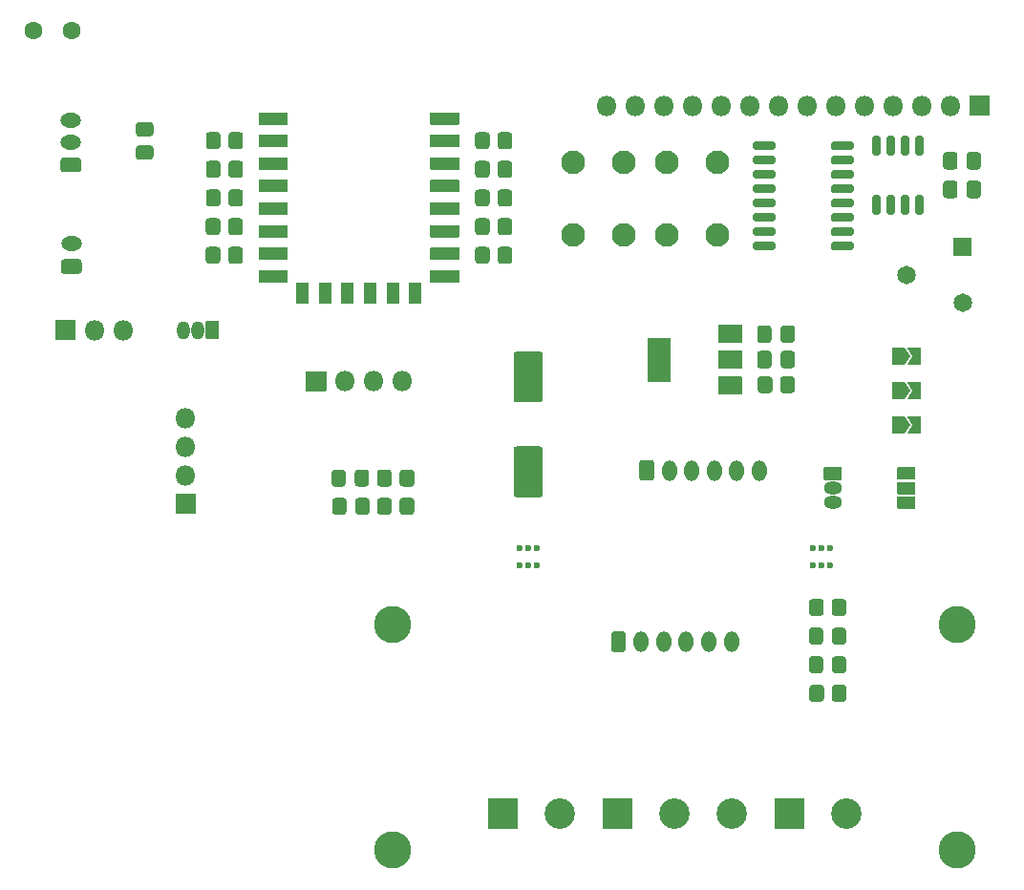
<source format=gbr>
%TF.GenerationSoftware,KiCad,Pcbnew,(5.1.9)-1*%
%TF.CreationDate,2021-05-22T23:47:24+02:00*%
%TF.ProjectId,LakeTemp,4c616b65-5465-46d7-902e-6b696361645f,1.0*%
%TF.SameCoordinates,Original*%
%TF.FileFunction,Soldermask,Top*%
%TF.FilePolarity,Negative*%
%FSLAX46Y46*%
G04 Gerber Fmt 4.6, Leading zero omitted, Abs format (unit mm)*
G04 Created by KiCad (PCBNEW (5.1.9)-1) date 2021-05-22 23:47:24*
%MOMM*%
%LPD*%
G01*
G04 APERTURE LIST*
%ADD10O,1.300000X1.850000*%
%ADD11O,1.150000X1.600000*%
%ADD12C,2.100000*%
%ADD13O,1.800000X1.800000*%
%ADD14C,0.100000*%
%ADD15C,1.600000*%
%ADD16O,1.850000X1.300000*%
%ADD17C,2.700000*%
%ADD18C,3.300000*%
%ADD19C,0.600000*%
%ADD20O,1.600000X1.150000*%
%ADD21C,1.650000*%
G04 APERTURE END LIST*
D10*
%TO.C,J2*%
X175010000Y-94074000D03*
X173010000Y-94074000D03*
X171010000Y-94074000D03*
X169010000Y-94074000D03*
X167010000Y-94074000D03*
G36*
G01*
X164360000Y-94728168D02*
X164360000Y-93419832D01*
G75*
G02*
X164630832Y-93149000I270832J0D01*
G01*
X165389168Y-93149000D01*
G75*
G02*
X165660000Y-93419832I0J-270832D01*
G01*
X165660000Y-94728168D01*
G75*
G02*
X165389168Y-94999000I-270832J0D01*
G01*
X164630832Y-94999000D01*
G75*
G02*
X164360000Y-94728168I0J270832D01*
G01*
G37*
%TD*%
%TO.C,Q1*%
G36*
G01*
X127085000Y-80878000D02*
X127085000Y-82378000D01*
G75*
G02*
X127035000Y-82428000I-50000J0D01*
G01*
X125985000Y-82428000D01*
G75*
G02*
X125935000Y-82378000I0J50000D01*
G01*
X125935000Y-80878000D01*
G75*
G02*
X125985000Y-80828000I50000J0D01*
G01*
X127035000Y-80828000D01*
G75*
G02*
X127085000Y-80878000I0J-50000D01*
G01*
G37*
D11*
X123970000Y-81628000D03*
X125240000Y-81628000D03*
%TD*%
%TO.C,JP1*%
G36*
G01*
X188784000Y-96188000D02*
X187284000Y-96188000D01*
G75*
G02*
X187234000Y-96138000I0J50000D01*
G01*
X187234000Y-95138000D01*
G75*
G02*
X187284000Y-95088000I50000J0D01*
G01*
X188784000Y-95088000D01*
G75*
G02*
X188834000Y-95138000I0J-50000D01*
G01*
X188834000Y-96138000D01*
G75*
G02*
X188784000Y-96188000I-50000J0D01*
G01*
G37*
G36*
G01*
X188784000Y-94888000D02*
X187284000Y-94888000D01*
G75*
G02*
X187234000Y-94838000I0J50000D01*
G01*
X187234000Y-93838000D01*
G75*
G02*
X187284000Y-93788000I50000J0D01*
G01*
X188784000Y-93788000D01*
G75*
G02*
X188834000Y-93838000I0J-50000D01*
G01*
X188834000Y-94838000D01*
G75*
G02*
X188784000Y-94888000I-50000J0D01*
G01*
G37*
G36*
G01*
X188784000Y-97488000D02*
X187284000Y-97488000D01*
G75*
G02*
X187234000Y-97438000I0J50000D01*
G01*
X187234000Y-96438000D01*
G75*
G02*
X187284000Y-96388000I50000J0D01*
G01*
X188784000Y-96388000D01*
G75*
G02*
X188834000Y-96438000I0J-50000D01*
G01*
X188834000Y-97438000D01*
G75*
G02*
X188784000Y-97488000I-50000J0D01*
G01*
G37*
%TD*%
D12*
%TO.C,SW2*%
X171265000Y-73230000D03*
X166765000Y-73230000D03*
X171265000Y-66730000D03*
X166765000Y-66730000D03*
%TD*%
%TO.C,SW1*%
X158515000Y-66730000D03*
X163015000Y-66730000D03*
X158515000Y-73230000D03*
X163015000Y-73230000D03*
%TD*%
D13*
%TO.C,JP2*%
X118590000Y-81628000D03*
X116050000Y-81628000D03*
G36*
G01*
X114360000Y-82528000D02*
X112660000Y-82528000D01*
G75*
G02*
X112610000Y-82478000I0J50000D01*
G01*
X112610000Y-80778000D01*
G75*
G02*
X112660000Y-80728000I50000J0D01*
G01*
X114360000Y-80728000D01*
G75*
G02*
X114410000Y-80778000I0J-50000D01*
G01*
X114410000Y-82478000D01*
G75*
G02*
X114360000Y-82528000I-50000J0D01*
G01*
G37*
%TD*%
%TO.C,C6*%
G36*
G01*
X153470000Y-91950000D02*
X155550000Y-91950000D01*
G75*
G02*
X155810000Y-92210000I0J-260000D01*
G01*
X155810000Y-96190000D01*
G75*
G02*
X155550000Y-96450000I-260000J0D01*
G01*
X153470000Y-96450000D01*
G75*
G02*
X153210000Y-96190000I0J260000D01*
G01*
X153210000Y-92210000D01*
G75*
G02*
X153470000Y-91950000I260000J0D01*
G01*
G37*
G36*
G01*
X153470000Y-83550000D02*
X155550000Y-83550000D01*
G75*
G02*
X155810000Y-83810000I0J-260000D01*
G01*
X155810000Y-87790000D01*
G75*
G02*
X155550000Y-88050000I-260000J0D01*
G01*
X153470000Y-88050000D01*
G75*
G02*
X153210000Y-87790000I0J260000D01*
G01*
X153210000Y-83810000D01*
G75*
G02*
X153470000Y-83550000I260000J0D01*
G01*
G37*
%TD*%
D10*
%TO.C,J3*%
X172510000Y-109274000D03*
X170510000Y-109274000D03*
X168510000Y-109274000D03*
X166510000Y-109274000D03*
X164510000Y-109274000D03*
G36*
G01*
X161860000Y-109928168D02*
X161860000Y-108619832D01*
G75*
G02*
X162130832Y-108349000I270832J0D01*
G01*
X162889168Y-108349000D01*
G75*
G02*
X163160000Y-108619832I0J-270832D01*
G01*
X163160000Y-109928168D01*
G75*
G02*
X162889168Y-110199000I-270832J0D01*
G01*
X162130832Y-110199000D01*
G75*
G02*
X161860000Y-109928168I0J270832D01*
G01*
G37*
%TD*%
D13*
%TO.C,J9*%
X124143000Y-89432000D03*
X124143000Y-91972000D03*
X124143000Y-94512000D03*
G36*
G01*
X125043000Y-96202000D02*
X125043000Y-97902000D01*
G75*
G02*
X124993000Y-97952000I-50000J0D01*
G01*
X123293000Y-97952000D01*
G75*
G02*
X123243000Y-97902000I0J50000D01*
G01*
X123243000Y-96202000D01*
G75*
G02*
X123293000Y-96152000I50000J0D01*
G01*
X124993000Y-96152000D01*
G75*
G02*
X125043000Y-96202000I0J-50000D01*
G01*
G37*
%TD*%
%TO.C,R3*%
G36*
G01*
X181402000Y-106705168D02*
X181402000Y-105746832D01*
G75*
G02*
X181672832Y-105476000I270832J0D01*
G01*
X182431168Y-105476000D01*
G75*
G02*
X182702000Y-105746832I0J-270832D01*
G01*
X182702000Y-106705168D01*
G75*
G02*
X182431168Y-106976000I-270832J0D01*
G01*
X181672832Y-106976000D01*
G75*
G02*
X181402000Y-106705168I0J270832D01*
G01*
G37*
G36*
G01*
X179402000Y-106705168D02*
X179402000Y-105746832D01*
G75*
G02*
X179672832Y-105476000I270832J0D01*
G01*
X180431168Y-105476000D01*
G75*
G02*
X180702000Y-105746832I0J-270832D01*
G01*
X180702000Y-106705168D01*
G75*
G02*
X180431168Y-106976000I-270832J0D01*
G01*
X179672832Y-106976000D01*
G75*
G02*
X179402000Y-106705168I0J270832D01*
G01*
G37*
%TD*%
%TO.C,R4*%
G36*
G01*
X181418000Y-114325168D02*
X181418000Y-113366832D01*
G75*
G02*
X181688832Y-113096000I270832J0D01*
G01*
X182447168Y-113096000D01*
G75*
G02*
X182718000Y-113366832I0J-270832D01*
G01*
X182718000Y-114325168D01*
G75*
G02*
X182447168Y-114596000I-270832J0D01*
G01*
X181688832Y-114596000D01*
G75*
G02*
X181418000Y-114325168I0J270832D01*
G01*
G37*
G36*
G01*
X179418000Y-114325168D02*
X179418000Y-113366832D01*
G75*
G02*
X179688832Y-113096000I270832J0D01*
G01*
X180447168Y-113096000D01*
G75*
G02*
X180718000Y-113366832I0J-270832D01*
G01*
X180718000Y-114325168D01*
G75*
G02*
X180447168Y-114596000I-270832J0D01*
G01*
X179688832Y-114596000D01*
G75*
G02*
X179418000Y-114325168I0J270832D01*
G01*
G37*
%TD*%
D14*
%TO.C,ADR-A3*%
G36*
X187849755Y-83154961D02*
G01*
X187859134Y-83157806D01*
X187867779Y-83162427D01*
X187875355Y-83168645D01*
X187881603Y-83176265D01*
X188381603Y-83926265D01*
X188386214Y-83934914D01*
X188389049Y-83944297D01*
X188390000Y-83954052D01*
X188389029Y-83963806D01*
X188386174Y-83973182D01*
X188381603Y-83981735D01*
X187881603Y-84731735D01*
X187875392Y-84739318D01*
X187867822Y-84745544D01*
X187859182Y-84750174D01*
X187849806Y-84753029D01*
X187840000Y-84754000D01*
X186840000Y-84754000D01*
X186830245Y-84753039D01*
X186820866Y-84750194D01*
X186812221Y-84745573D01*
X186804645Y-84739355D01*
X186798427Y-84731779D01*
X186793806Y-84723134D01*
X186790961Y-84713755D01*
X186790000Y-84704000D01*
X186790000Y-83204000D01*
X186790961Y-83194245D01*
X186793806Y-83184866D01*
X186798427Y-83176221D01*
X186804645Y-83168645D01*
X186812221Y-83162427D01*
X186820866Y-83157806D01*
X186830245Y-83154961D01*
X186840000Y-83154000D01*
X187840000Y-83154000D01*
X187849755Y-83154961D01*
G37*
G36*
X189299755Y-83154961D02*
G01*
X189309134Y-83157806D01*
X189317779Y-83162427D01*
X189325355Y-83168645D01*
X189331573Y-83176221D01*
X189336194Y-83184866D01*
X189339039Y-83194245D01*
X189340000Y-83204000D01*
X189340000Y-84704000D01*
X189339039Y-84713755D01*
X189336194Y-84723134D01*
X189331573Y-84731779D01*
X189325355Y-84739355D01*
X189317779Y-84745573D01*
X189309134Y-84750194D01*
X189299755Y-84753039D01*
X189290000Y-84754000D01*
X188140000Y-84754000D01*
X188130245Y-84753039D01*
X188120866Y-84750194D01*
X188112221Y-84745573D01*
X188104645Y-84739355D01*
X188098427Y-84731779D01*
X188093806Y-84723134D01*
X188090961Y-84713755D01*
X188090000Y-84704000D01*
X188090961Y-84694245D01*
X188093806Y-84684866D01*
X188098397Y-84676265D01*
X188579907Y-83954000D01*
X188098397Y-83231735D01*
X188093786Y-83223086D01*
X188090951Y-83213703D01*
X188090000Y-83203948D01*
X188090971Y-83194194D01*
X188093826Y-83184818D01*
X188098456Y-83176178D01*
X188104682Y-83168608D01*
X188112265Y-83162397D01*
X188120914Y-83157786D01*
X188130297Y-83154951D01*
X188140000Y-83154000D01*
X189290000Y-83154000D01*
X189299755Y-83154961D01*
G37*
%TD*%
%TO.C,ADR-A2*%
G36*
X187849755Y-86202961D02*
G01*
X187859134Y-86205806D01*
X187867779Y-86210427D01*
X187875355Y-86216645D01*
X187881603Y-86224265D01*
X188381603Y-86974265D01*
X188386214Y-86982914D01*
X188389049Y-86992297D01*
X188390000Y-87002052D01*
X188389029Y-87011806D01*
X188386174Y-87021182D01*
X188381603Y-87029735D01*
X187881603Y-87779735D01*
X187875392Y-87787318D01*
X187867822Y-87793544D01*
X187859182Y-87798174D01*
X187849806Y-87801029D01*
X187840000Y-87802000D01*
X186840000Y-87802000D01*
X186830245Y-87801039D01*
X186820866Y-87798194D01*
X186812221Y-87793573D01*
X186804645Y-87787355D01*
X186798427Y-87779779D01*
X186793806Y-87771134D01*
X186790961Y-87761755D01*
X186790000Y-87752000D01*
X186790000Y-86252000D01*
X186790961Y-86242245D01*
X186793806Y-86232866D01*
X186798427Y-86224221D01*
X186804645Y-86216645D01*
X186812221Y-86210427D01*
X186820866Y-86205806D01*
X186830245Y-86202961D01*
X186840000Y-86202000D01*
X187840000Y-86202000D01*
X187849755Y-86202961D01*
G37*
G36*
X189299755Y-86202961D02*
G01*
X189309134Y-86205806D01*
X189317779Y-86210427D01*
X189325355Y-86216645D01*
X189331573Y-86224221D01*
X189336194Y-86232866D01*
X189339039Y-86242245D01*
X189340000Y-86252000D01*
X189340000Y-87752000D01*
X189339039Y-87761755D01*
X189336194Y-87771134D01*
X189331573Y-87779779D01*
X189325355Y-87787355D01*
X189317779Y-87793573D01*
X189309134Y-87798194D01*
X189299755Y-87801039D01*
X189290000Y-87802000D01*
X188140000Y-87802000D01*
X188130245Y-87801039D01*
X188120866Y-87798194D01*
X188112221Y-87793573D01*
X188104645Y-87787355D01*
X188098427Y-87779779D01*
X188093806Y-87771134D01*
X188090961Y-87761755D01*
X188090000Y-87752000D01*
X188090961Y-87742245D01*
X188093806Y-87732866D01*
X188098397Y-87724265D01*
X188579907Y-87002000D01*
X188098397Y-86279735D01*
X188093786Y-86271086D01*
X188090951Y-86261703D01*
X188090000Y-86251948D01*
X188090971Y-86242194D01*
X188093826Y-86232818D01*
X188098456Y-86224178D01*
X188104682Y-86216608D01*
X188112265Y-86210397D01*
X188120914Y-86205786D01*
X188130297Y-86202951D01*
X188140000Y-86202000D01*
X189290000Y-86202000D01*
X189299755Y-86202961D01*
G37*
%TD*%
%TO.C,ADR-A1*%
G36*
X187849755Y-89250961D02*
G01*
X187859134Y-89253806D01*
X187867779Y-89258427D01*
X187875355Y-89264645D01*
X187881603Y-89272265D01*
X188381603Y-90022265D01*
X188386214Y-90030914D01*
X188389049Y-90040297D01*
X188390000Y-90050052D01*
X188389029Y-90059806D01*
X188386174Y-90069182D01*
X188381603Y-90077735D01*
X187881603Y-90827735D01*
X187875392Y-90835318D01*
X187867822Y-90841544D01*
X187859182Y-90846174D01*
X187849806Y-90849029D01*
X187840000Y-90850000D01*
X186840000Y-90850000D01*
X186830245Y-90849039D01*
X186820866Y-90846194D01*
X186812221Y-90841573D01*
X186804645Y-90835355D01*
X186798427Y-90827779D01*
X186793806Y-90819134D01*
X186790961Y-90809755D01*
X186790000Y-90800000D01*
X186790000Y-89300000D01*
X186790961Y-89290245D01*
X186793806Y-89280866D01*
X186798427Y-89272221D01*
X186804645Y-89264645D01*
X186812221Y-89258427D01*
X186820866Y-89253806D01*
X186830245Y-89250961D01*
X186840000Y-89250000D01*
X187840000Y-89250000D01*
X187849755Y-89250961D01*
G37*
G36*
X189299755Y-89250961D02*
G01*
X189309134Y-89253806D01*
X189317779Y-89258427D01*
X189325355Y-89264645D01*
X189331573Y-89272221D01*
X189336194Y-89280866D01*
X189339039Y-89290245D01*
X189340000Y-89300000D01*
X189340000Y-90800000D01*
X189339039Y-90809755D01*
X189336194Y-90819134D01*
X189331573Y-90827779D01*
X189325355Y-90835355D01*
X189317779Y-90841573D01*
X189309134Y-90846194D01*
X189299755Y-90849039D01*
X189290000Y-90850000D01*
X188140000Y-90850000D01*
X188130245Y-90849039D01*
X188120866Y-90846194D01*
X188112221Y-90841573D01*
X188104645Y-90835355D01*
X188098427Y-90827779D01*
X188093806Y-90819134D01*
X188090961Y-90809755D01*
X188090000Y-90800000D01*
X188090961Y-90790245D01*
X188093806Y-90780866D01*
X188098397Y-90772265D01*
X188579907Y-90050000D01*
X188098397Y-89327735D01*
X188093786Y-89319086D01*
X188090951Y-89309703D01*
X188090000Y-89299948D01*
X188090971Y-89290194D01*
X188093826Y-89280818D01*
X188098456Y-89272178D01*
X188104682Y-89264608D01*
X188112265Y-89258397D01*
X188120914Y-89253786D01*
X188130297Y-89250951D01*
X188140000Y-89250000D01*
X189290000Y-89250000D01*
X189299755Y-89250961D01*
G37*
%TD*%
%TO.C,U3*%
G36*
G01*
X176465000Y-74000000D02*
X176465000Y-74350000D01*
G75*
G02*
X176290000Y-74525000I-175000J0D01*
G01*
X174565000Y-74525000D01*
G75*
G02*
X174390000Y-74350000I0J175000D01*
G01*
X174390000Y-74000000D01*
G75*
G02*
X174565000Y-73825000I175000J0D01*
G01*
X176290000Y-73825000D01*
G75*
G02*
X176465000Y-74000000I0J-175000D01*
G01*
G37*
G36*
G01*
X176465000Y-72730000D02*
X176465000Y-73080000D01*
G75*
G02*
X176290000Y-73255000I-175000J0D01*
G01*
X174565000Y-73255000D01*
G75*
G02*
X174390000Y-73080000I0J175000D01*
G01*
X174390000Y-72730000D01*
G75*
G02*
X174565000Y-72555000I175000J0D01*
G01*
X176290000Y-72555000D01*
G75*
G02*
X176465000Y-72730000I0J-175000D01*
G01*
G37*
G36*
G01*
X176465000Y-71460000D02*
X176465000Y-71810000D01*
G75*
G02*
X176290000Y-71985000I-175000J0D01*
G01*
X174565000Y-71985000D01*
G75*
G02*
X174390000Y-71810000I0J175000D01*
G01*
X174390000Y-71460000D01*
G75*
G02*
X174565000Y-71285000I175000J0D01*
G01*
X176290000Y-71285000D01*
G75*
G02*
X176465000Y-71460000I0J-175000D01*
G01*
G37*
G36*
G01*
X176465000Y-70190000D02*
X176465000Y-70540000D01*
G75*
G02*
X176290000Y-70715000I-175000J0D01*
G01*
X174565000Y-70715000D01*
G75*
G02*
X174390000Y-70540000I0J175000D01*
G01*
X174390000Y-70190000D01*
G75*
G02*
X174565000Y-70015000I175000J0D01*
G01*
X176290000Y-70015000D01*
G75*
G02*
X176465000Y-70190000I0J-175000D01*
G01*
G37*
G36*
G01*
X176465000Y-68920000D02*
X176465000Y-69270000D01*
G75*
G02*
X176290000Y-69445000I-175000J0D01*
G01*
X174565000Y-69445000D01*
G75*
G02*
X174390000Y-69270000I0J175000D01*
G01*
X174390000Y-68920000D01*
G75*
G02*
X174565000Y-68745000I175000J0D01*
G01*
X176290000Y-68745000D01*
G75*
G02*
X176465000Y-68920000I0J-175000D01*
G01*
G37*
G36*
G01*
X176465000Y-67650000D02*
X176465000Y-68000000D01*
G75*
G02*
X176290000Y-68175000I-175000J0D01*
G01*
X174565000Y-68175000D01*
G75*
G02*
X174390000Y-68000000I0J175000D01*
G01*
X174390000Y-67650000D01*
G75*
G02*
X174565000Y-67475000I175000J0D01*
G01*
X176290000Y-67475000D01*
G75*
G02*
X176465000Y-67650000I0J-175000D01*
G01*
G37*
G36*
G01*
X176465000Y-66380000D02*
X176465000Y-66730000D01*
G75*
G02*
X176290000Y-66905000I-175000J0D01*
G01*
X174565000Y-66905000D01*
G75*
G02*
X174390000Y-66730000I0J175000D01*
G01*
X174390000Y-66380000D01*
G75*
G02*
X174565000Y-66205000I175000J0D01*
G01*
X176290000Y-66205000D01*
G75*
G02*
X176465000Y-66380000I0J-175000D01*
G01*
G37*
G36*
G01*
X176465000Y-65110000D02*
X176465000Y-65460000D01*
G75*
G02*
X176290000Y-65635000I-175000J0D01*
G01*
X174565000Y-65635000D01*
G75*
G02*
X174390000Y-65460000I0J175000D01*
G01*
X174390000Y-65110000D01*
G75*
G02*
X174565000Y-64935000I175000J0D01*
G01*
X176290000Y-64935000D01*
G75*
G02*
X176465000Y-65110000I0J-175000D01*
G01*
G37*
G36*
G01*
X183390000Y-65110000D02*
X183390000Y-65460000D01*
G75*
G02*
X183215000Y-65635000I-175000J0D01*
G01*
X181490000Y-65635000D01*
G75*
G02*
X181315000Y-65460000I0J175000D01*
G01*
X181315000Y-65110000D01*
G75*
G02*
X181490000Y-64935000I175000J0D01*
G01*
X183215000Y-64935000D01*
G75*
G02*
X183390000Y-65110000I0J-175000D01*
G01*
G37*
G36*
G01*
X183390000Y-66380000D02*
X183390000Y-66730000D01*
G75*
G02*
X183215000Y-66905000I-175000J0D01*
G01*
X181490000Y-66905000D01*
G75*
G02*
X181315000Y-66730000I0J175000D01*
G01*
X181315000Y-66380000D01*
G75*
G02*
X181490000Y-66205000I175000J0D01*
G01*
X183215000Y-66205000D01*
G75*
G02*
X183390000Y-66380000I0J-175000D01*
G01*
G37*
G36*
G01*
X183390000Y-67650000D02*
X183390000Y-68000000D01*
G75*
G02*
X183215000Y-68175000I-175000J0D01*
G01*
X181490000Y-68175000D01*
G75*
G02*
X181315000Y-68000000I0J175000D01*
G01*
X181315000Y-67650000D01*
G75*
G02*
X181490000Y-67475000I175000J0D01*
G01*
X183215000Y-67475000D01*
G75*
G02*
X183390000Y-67650000I0J-175000D01*
G01*
G37*
G36*
G01*
X183390000Y-68920000D02*
X183390000Y-69270000D01*
G75*
G02*
X183215000Y-69445000I-175000J0D01*
G01*
X181490000Y-69445000D01*
G75*
G02*
X181315000Y-69270000I0J175000D01*
G01*
X181315000Y-68920000D01*
G75*
G02*
X181490000Y-68745000I175000J0D01*
G01*
X183215000Y-68745000D01*
G75*
G02*
X183390000Y-68920000I0J-175000D01*
G01*
G37*
G36*
G01*
X183390000Y-70190000D02*
X183390000Y-70540000D01*
G75*
G02*
X183215000Y-70715000I-175000J0D01*
G01*
X181490000Y-70715000D01*
G75*
G02*
X181315000Y-70540000I0J175000D01*
G01*
X181315000Y-70190000D01*
G75*
G02*
X181490000Y-70015000I175000J0D01*
G01*
X183215000Y-70015000D01*
G75*
G02*
X183390000Y-70190000I0J-175000D01*
G01*
G37*
G36*
G01*
X183390000Y-71460000D02*
X183390000Y-71810000D01*
G75*
G02*
X183215000Y-71985000I-175000J0D01*
G01*
X181490000Y-71985000D01*
G75*
G02*
X181315000Y-71810000I0J175000D01*
G01*
X181315000Y-71460000D01*
G75*
G02*
X181490000Y-71285000I175000J0D01*
G01*
X183215000Y-71285000D01*
G75*
G02*
X183390000Y-71460000I0J-175000D01*
G01*
G37*
G36*
G01*
X183390000Y-72730000D02*
X183390000Y-73080000D01*
G75*
G02*
X183215000Y-73255000I-175000J0D01*
G01*
X181490000Y-73255000D01*
G75*
G02*
X181315000Y-73080000I0J175000D01*
G01*
X181315000Y-72730000D01*
G75*
G02*
X181490000Y-72555000I175000J0D01*
G01*
X183215000Y-72555000D01*
G75*
G02*
X183390000Y-72730000I0J-175000D01*
G01*
G37*
G36*
G01*
X183390000Y-74000000D02*
X183390000Y-74350000D01*
G75*
G02*
X183215000Y-74525000I-175000J0D01*
G01*
X181490000Y-74525000D01*
G75*
G02*
X181315000Y-74350000I0J175000D01*
G01*
X181315000Y-74000000D01*
G75*
G02*
X181490000Y-73825000I175000J0D01*
G01*
X183215000Y-73825000D01*
G75*
G02*
X183390000Y-74000000I0J-175000D01*
G01*
G37*
%TD*%
%TO.C,U1*%
G36*
G01*
X173460000Y-85800000D02*
X173460000Y-87300000D01*
G75*
G02*
X173410000Y-87350000I-50000J0D01*
G01*
X171410000Y-87350000D01*
G75*
G02*
X171360000Y-87300000I0J50000D01*
G01*
X171360000Y-85800000D01*
G75*
G02*
X171410000Y-85750000I50000J0D01*
G01*
X173410000Y-85750000D01*
G75*
G02*
X173460000Y-85800000I0J-50000D01*
G01*
G37*
G36*
G01*
X173460000Y-81200000D02*
X173460000Y-82700000D01*
G75*
G02*
X173410000Y-82750000I-50000J0D01*
G01*
X171410000Y-82750000D01*
G75*
G02*
X171360000Y-82700000I0J50000D01*
G01*
X171360000Y-81200000D01*
G75*
G02*
X171410000Y-81150000I50000J0D01*
G01*
X173410000Y-81150000D01*
G75*
G02*
X173460000Y-81200000I0J-50000D01*
G01*
G37*
G36*
G01*
X173460000Y-83500000D02*
X173460000Y-85000000D01*
G75*
G02*
X173410000Y-85050000I-50000J0D01*
G01*
X171410000Y-85050000D01*
G75*
G02*
X171360000Y-85000000I0J50000D01*
G01*
X171360000Y-83500000D01*
G75*
G02*
X171410000Y-83450000I50000J0D01*
G01*
X173410000Y-83450000D01*
G75*
G02*
X173460000Y-83500000I0J-50000D01*
G01*
G37*
G36*
G01*
X167160000Y-82350000D02*
X167160000Y-86150000D01*
G75*
G02*
X167110000Y-86200000I-50000J0D01*
G01*
X165110000Y-86200000D01*
G75*
G02*
X165060000Y-86150000I0J50000D01*
G01*
X165060000Y-82350000D01*
G75*
G02*
X165110000Y-82300000I50000J0D01*
G01*
X167110000Y-82300000D01*
G75*
G02*
X167160000Y-82350000I0J-50000D01*
G01*
G37*
%TD*%
%TO.C,R16*%
G36*
G01*
X127238000Y-64366832D02*
X127238000Y-65325168D01*
G75*
G02*
X126967168Y-65596000I-270832J0D01*
G01*
X126208832Y-65596000D01*
G75*
G02*
X125938000Y-65325168I0J270832D01*
G01*
X125938000Y-64366832D01*
G75*
G02*
X126208832Y-64096000I270832J0D01*
G01*
X126967168Y-64096000D01*
G75*
G02*
X127238000Y-64366832I0J-270832D01*
G01*
G37*
G36*
G01*
X129238000Y-64366832D02*
X129238000Y-65325168D01*
G75*
G02*
X128967168Y-65596000I-270832J0D01*
G01*
X128208832Y-65596000D01*
G75*
G02*
X127938000Y-65325168I0J270832D01*
G01*
X127938000Y-64366832D01*
G75*
G02*
X128208832Y-64096000I270832J0D01*
G01*
X128967168Y-64096000D01*
G75*
G02*
X129238000Y-64366832I0J-270832D01*
G01*
G37*
%TD*%
%TO.C,R15*%
G36*
G01*
X127922000Y-75485168D02*
X127922000Y-74526832D01*
G75*
G02*
X128192832Y-74256000I270832J0D01*
G01*
X128951168Y-74256000D01*
G75*
G02*
X129222000Y-74526832I0J-270832D01*
G01*
X129222000Y-75485168D01*
G75*
G02*
X128951168Y-75756000I-270832J0D01*
G01*
X128192832Y-75756000D01*
G75*
G02*
X127922000Y-75485168I0J270832D01*
G01*
G37*
G36*
G01*
X125922000Y-75485168D02*
X125922000Y-74526832D01*
G75*
G02*
X126192832Y-74256000I270832J0D01*
G01*
X126951168Y-74256000D01*
G75*
G02*
X127222000Y-74526832I0J-270832D01*
G01*
X127222000Y-75485168D01*
G75*
G02*
X126951168Y-75756000I-270832J0D01*
G01*
X126192832Y-75756000D01*
G75*
G02*
X125922000Y-75485168I0J270832D01*
G01*
G37*
%TD*%
D15*
%TO.C,R14*%
X114054000Y-55064000D03*
X110654000Y-55064000D03*
%TD*%
%TO.C,R11*%
G36*
G01*
X176145000Y-86000832D02*
X176145000Y-86959168D01*
G75*
G02*
X175874168Y-87230000I-270832J0D01*
G01*
X175115832Y-87230000D01*
G75*
G02*
X174845000Y-86959168I0J270832D01*
G01*
X174845000Y-86000832D01*
G75*
G02*
X175115832Y-85730000I270832J0D01*
G01*
X175874168Y-85730000D01*
G75*
G02*
X176145000Y-86000832I0J-270832D01*
G01*
G37*
G36*
G01*
X178145000Y-86000832D02*
X178145000Y-86959168D01*
G75*
G02*
X177874168Y-87230000I-270832J0D01*
G01*
X177115832Y-87230000D01*
G75*
G02*
X176845000Y-86959168I0J270832D01*
G01*
X176845000Y-86000832D01*
G75*
G02*
X177115832Y-85730000I270832J0D01*
G01*
X177874168Y-85730000D01*
G75*
G02*
X178145000Y-86000832I0J-270832D01*
G01*
G37*
%TD*%
D16*
%TO.C,J10*%
X113967000Y-63000000D03*
X113967000Y-65000000D03*
G36*
G01*
X114621168Y-67650000D02*
X113312832Y-67650000D01*
G75*
G02*
X113042000Y-67379168I0J270832D01*
G01*
X113042000Y-66620832D01*
G75*
G02*
X113312832Y-66350000I270832J0D01*
G01*
X114621168Y-66350000D01*
G75*
G02*
X114892000Y-66620832I0J-270832D01*
G01*
X114892000Y-67379168D01*
G75*
G02*
X114621168Y-67650000I-270832J0D01*
G01*
G37*
%TD*%
D13*
%TO.C,J8*%
X161490000Y-61750000D03*
X164030000Y-61750000D03*
X166570000Y-61750000D03*
X169110000Y-61750000D03*
X171650000Y-61750000D03*
X174190000Y-61750000D03*
X176730000Y-61750000D03*
X179270000Y-61750000D03*
X181810000Y-61750000D03*
X184350000Y-61750000D03*
X186890000Y-61750000D03*
X189430000Y-61750000D03*
X191970000Y-61750000D03*
G36*
G01*
X195360000Y-62650000D02*
X193660000Y-62650000D01*
G75*
G02*
X193610000Y-62600000I0J50000D01*
G01*
X193610000Y-60900000D01*
G75*
G02*
X193660000Y-60850000I50000J0D01*
G01*
X195360000Y-60850000D01*
G75*
G02*
X195410000Y-60900000I0J-50000D01*
G01*
X195410000Y-62600000D01*
G75*
G02*
X195360000Y-62650000I-50000J0D01*
G01*
G37*
%TD*%
%TO.C,J7*%
X143330000Y-86182000D03*
X140790000Y-86182000D03*
X138250000Y-86182000D03*
G36*
G01*
X136560000Y-87082000D02*
X134860000Y-87082000D01*
G75*
G02*
X134810000Y-87032000I0J50000D01*
G01*
X134810000Y-85332000D01*
G75*
G02*
X134860000Y-85282000I50000J0D01*
G01*
X136560000Y-85282000D01*
G75*
G02*
X136610000Y-85332000I0J-50000D01*
G01*
X136610000Y-87032000D01*
G75*
G02*
X136560000Y-87082000I-50000J0D01*
G01*
G37*
%TD*%
D16*
%TO.C,J6*%
X114010000Y-74000000D03*
G36*
G01*
X114664168Y-76650000D02*
X113355832Y-76650000D01*
G75*
G02*
X113085000Y-76379168I0J270832D01*
G01*
X113085000Y-75620832D01*
G75*
G02*
X113355832Y-75350000I270832J0D01*
G01*
X114664168Y-75350000D01*
G75*
G02*
X114935000Y-75620832I0J-270832D01*
G01*
X114935000Y-76379168D01*
G75*
G02*
X114664168Y-76650000I-270832J0D01*
G01*
G37*
%TD*%
D17*
%TO.C,J5*%
X182745000Y-124480000D03*
G36*
G01*
X176315000Y-125780000D02*
X176315000Y-123180000D01*
G75*
G02*
X176365000Y-123130000I50000J0D01*
G01*
X178965000Y-123130000D01*
G75*
G02*
X179015000Y-123180000I0J-50000D01*
G01*
X179015000Y-125780000D01*
G75*
G02*
X178965000Y-125830000I-50000J0D01*
G01*
X176365000Y-125830000D01*
G75*
G02*
X176315000Y-125780000I0J50000D01*
G01*
G37*
%TD*%
%TO.C,J4*%
G36*
G01*
X161075000Y-125780000D02*
X161075000Y-123180000D01*
G75*
G02*
X161125000Y-123130000I50000J0D01*
G01*
X163725000Y-123130000D01*
G75*
G02*
X163775000Y-123180000I0J-50000D01*
G01*
X163775000Y-125780000D01*
G75*
G02*
X163725000Y-125830000I-50000J0D01*
G01*
X161125000Y-125830000D01*
G75*
G02*
X161075000Y-125780000I0J50000D01*
G01*
G37*
X167505000Y-124480000D03*
X172585000Y-124480000D03*
%TD*%
%TO.C,J1*%
X157345000Y-124480000D03*
G36*
G01*
X150915000Y-125780000D02*
X150915000Y-123180000D01*
G75*
G02*
X150965000Y-123130000I50000J0D01*
G01*
X153565000Y-123130000D01*
G75*
G02*
X153615000Y-123180000I0J-50000D01*
G01*
X153615000Y-125780000D01*
G75*
G02*
X153565000Y-125830000I-50000J0D01*
G01*
X150965000Y-125830000D01*
G75*
G02*
X150915000Y-125780000I0J50000D01*
G01*
G37*
%TD*%
%TO.C,D4*%
G36*
G01*
X181443000Y-111784262D02*
X181443000Y-110827738D01*
G75*
G02*
X181714738Y-110556000I271738J0D01*
G01*
X182421262Y-110556000D01*
G75*
G02*
X182693000Y-110827738I0J-271738D01*
G01*
X182693000Y-111784262D01*
G75*
G02*
X182421262Y-112056000I-271738J0D01*
G01*
X181714738Y-112056000D01*
G75*
G02*
X181443000Y-111784262I0J271738D01*
G01*
G37*
G36*
G01*
X179393000Y-111784262D02*
X179393000Y-110827738D01*
G75*
G02*
X179664738Y-110556000I271738J0D01*
G01*
X180371262Y-110556000D01*
G75*
G02*
X180643000Y-110827738I0J-271738D01*
G01*
X180643000Y-111784262D01*
G75*
G02*
X180371262Y-112056000I-271738J0D01*
G01*
X179664738Y-112056000D01*
G75*
G02*
X179393000Y-111784262I0J271738D01*
G01*
G37*
%TD*%
%TO.C,D1*%
G36*
G01*
X139140000Y-95236262D02*
X139140000Y-94279738D01*
G75*
G02*
X139411738Y-94008000I271738J0D01*
G01*
X140118262Y-94008000D01*
G75*
G02*
X140390000Y-94279738I0J-271738D01*
G01*
X140390000Y-95236262D01*
G75*
G02*
X140118262Y-95508000I-271738J0D01*
G01*
X139411738Y-95508000D01*
G75*
G02*
X139140000Y-95236262I0J271738D01*
G01*
G37*
G36*
G01*
X137090000Y-95236262D02*
X137090000Y-94279738D01*
G75*
G02*
X137361738Y-94008000I271738J0D01*
G01*
X138068262Y-94008000D01*
G75*
G02*
X138340000Y-94279738I0J-271738D01*
G01*
X138340000Y-95236262D01*
G75*
G02*
X138068262Y-95508000I-271738J0D01*
G01*
X137361738Y-95508000D01*
G75*
G02*
X137090000Y-95236262I0J271738D01*
G01*
G37*
%TD*%
%TO.C,R13*%
G36*
G01*
X127222000Y-71986832D02*
X127222000Y-72945168D01*
G75*
G02*
X126951168Y-73216000I-270832J0D01*
G01*
X126192832Y-73216000D01*
G75*
G02*
X125922000Y-72945168I0J270832D01*
G01*
X125922000Y-71986832D01*
G75*
G02*
X126192832Y-71716000I270832J0D01*
G01*
X126951168Y-71716000D01*
G75*
G02*
X127222000Y-71986832I0J-270832D01*
G01*
G37*
G36*
G01*
X129222000Y-71986832D02*
X129222000Y-72945168D01*
G75*
G02*
X128951168Y-73216000I-270832J0D01*
G01*
X128192832Y-73216000D01*
G75*
G02*
X127922000Y-72945168I0J270832D01*
G01*
X127922000Y-71986832D01*
G75*
G02*
X128192832Y-71716000I270832J0D01*
G01*
X128951168Y-71716000D01*
G75*
G02*
X129222000Y-71986832I0J-270832D01*
G01*
G37*
%TD*%
%TO.C,R12*%
G36*
G01*
X151098000Y-74526832D02*
X151098000Y-75485168D01*
G75*
G02*
X150827168Y-75756000I-270832J0D01*
G01*
X150068832Y-75756000D01*
G75*
G02*
X149798000Y-75485168I0J270832D01*
G01*
X149798000Y-74526832D01*
G75*
G02*
X150068832Y-74256000I270832J0D01*
G01*
X150827168Y-74256000D01*
G75*
G02*
X151098000Y-74526832I0J-270832D01*
G01*
G37*
G36*
G01*
X153098000Y-74526832D02*
X153098000Y-75485168D01*
G75*
G02*
X152827168Y-75756000I-270832J0D01*
G01*
X152068832Y-75756000D01*
G75*
G02*
X151798000Y-75485168I0J270832D01*
G01*
X151798000Y-74526832D01*
G75*
G02*
X152068832Y-74256000I270832J0D01*
G01*
X152827168Y-74256000D01*
G75*
G02*
X153098000Y-74526832I0J-270832D01*
G01*
G37*
%TD*%
%TO.C,R10*%
G36*
G01*
X151798000Y-72945168D02*
X151798000Y-71986832D01*
G75*
G02*
X152068832Y-71716000I270832J0D01*
G01*
X152827168Y-71716000D01*
G75*
G02*
X153098000Y-71986832I0J-270832D01*
G01*
X153098000Y-72945168D01*
G75*
G02*
X152827168Y-73216000I-270832J0D01*
G01*
X152068832Y-73216000D01*
G75*
G02*
X151798000Y-72945168I0J270832D01*
G01*
G37*
G36*
G01*
X149798000Y-72945168D02*
X149798000Y-71986832D01*
G75*
G02*
X150068832Y-71716000I270832J0D01*
G01*
X150827168Y-71716000D01*
G75*
G02*
X151098000Y-71986832I0J-270832D01*
G01*
X151098000Y-72945168D01*
G75*
G02*
X150827168Y-73216000I-270832J0D01*
G01*
X150068832Y-73216000D01*
G75*
G02*
X149798000Y-72945168I0J270832D01*
G01*
G37*
%TD*%
%TO.C,R9*%
G36*
G01*
X151098000Y-64366832D02*
X151098000Y-65325168D01*
G75*
G02*
X150827168Y-65596000I-270832J0D01*
G01*
X150068832Y-65596000D01*
G75*
G02*
X149798000Y-65325168I0J270832D01*
G01*
X149798000Y-64366832D01*
G75*
G02*
X150068832Y-64096000I270832J0D01*
G01*
X150827168Y-64096000D01*
G75*
G02*
X151098000Y-64366832I0J-270832D01*
G01*
G37*
G36*
G01*
X153098000Y-64366832D02*
X153098000Y-65325168D01*
G75*
G02*
X152827168Y-65596000I-270832J0D01*
G01*
X152068832Y-65596000D01*
G75*
G02*
X151798000Y-65325168I0J270832D01*
G01*
X151798000Y-64366832D01*
G75*
G02*
X152068832Y-64096000I270832J0D01*
G01*
X152827168Y-64096000D01*
G75*
G02*
X153098000Y-64366832I0J-270832D01*
G01*
G37*
%TD*%
%TO.C,R8*%
G36*
G01*
X151098000Y-66906832D02*
X151098000Y-67865168D01*
G75*
G02*
X150827168Y-68136000I-270832J0D01*
G01*
X150068832Y-68136000D01*
G75*
G02*
X149798000Y-67865168I0J270832D01*
G01*
X149798000Y-66906832D01*
G75*
G02*
X150068832Y-66636000I270832J0D01*
G01*
X150827168Y-66636000D01*
G75*
G02*
X151098000Y-66906832I0J-270832D01*
G01*
G37*
G36*
G01*
X153098000Y-66906832D02*
X153098000Y-67865168D01*
G75*
G02*
X152827168Y-68136000I-270832J0D01*
G01*
X152068832Y-68136000D01*
G75*
G02*
X151798000Y-67865168I0J270832D01*
G01*
X151798000Y-66906832D01*
G75*
G02*
X152068832Y-66636000I270832J0D01*
G01*
X152827168Y-66636000D01*
G75*
G02*
X153098000Y-66906832I0J-270832D01*
G01*
G37*
%TD*%
%TO.C,R7*%
G36*
G01*
X151798000Y-70405168D02*
X151798000Y-69446832D01*
G75*
G02*
X152068832Y-69176000I270832J0D01*
G01*
X152827168Y-69176000D01*
G75*
G02*
X153098000Y-69446832I0J-270832D01*
G01*
X153098000Y-70405168D01*
G75*
G02*
X152827168Y-70676000I-270832J0D01*
G01*
X152068832Y-70676000D01*
G75*
G02*
X151798000Y-70405168I0J270832D01*
G01*
G37*
G36*
G01*
X149798000Y-70405168D02*
X149798000Y-69446832D01*
G75*
G02*
X150068832Y-69176000I270832J0D01*
G01*
X150827168Y-69176000D01*
G75*
G02*
X151098000Y-69446832I0J-270832D01*
G01*
X151098000Y-70405168D01*
G75*
G02*
X150827168Y-70676000I-270832J0D01*
G01*
X150068832Y-70676000D01*
G75*
G02*
X149798000Y-70405168I0J270832D01*
G01*
G37*
%TD*%
%TO.C,R6*%
G36*
G01*
X127238000Y-69446832D02*
X127238000Y-70405168D01*
G75*
G02*
X126967168Y-70676000I-270832J0D01*
G01*
X126208832Y-70676000D01*
G75*
G02*
X125938000Y-70405168I0J270832D01*
G01*
X125938000Y-69446832D01*
G75*
G02*
X126208832Y-69176000I270832J0D01*
G01*
X126967168Y-69176000D01*
G75*
G02*
X127238000Y-69446832I0J-270832D01*
G01*
G37*
G36*
G01*
X129238000Y-69446832D02*
X129238000Y-70405168D01*
G75*
G02*
X128967168Y-70676000I-270832J0D01*
G01*
X128208832Y-70676000D01*
G75*
G02*
X127938000Y-70405168I0J270832D01*
G01*
X127938000Y-69446832D01*
G75*
G02*
X128208832Y-69176000I270832J0D01*
G01*
X128967168Y-69176000D01*
G75*
G02*
X129238000Y-69446832I0J-270832D01*
G01*
G37*
%TD*%
%TO.C,R5*%
G36*
G01*
X127238000Y-66906832D02*
X127238000Y-67865168D01*
G75*
G02*
X126967168Y-68136000I-270832J0D01*
G01*
X126208832Y-68136000D01*
G75*
G02*
X125938000Y-67865168I0J270832D01*
G01*
X125938000Y-66906832D01*
G75*
G02*
X126208832Y-66636000I270832J0D01*
G01*
X126967168Y-66636000D01*
G75*
G02*
X127238000Y-66906832I0J-270832D01*
G01*
G37*
G36*
G01*
X129238000Y-66906832D02*
X129238000Y-67865168D01*
G75*
G02*
X128967168Y-68136000I-270832J0D01*
G01*
X128208832Y-68136000D01*
G75*
G02*
X127938000Y-67865168I0J270832D01*
G01*
X127938000Y-66906832D01*
G75*
G02*
X128208832Y-66636000I270832J0D01*
G01*
X128967168Y-66636000D01*
G75*
G02*
X129238000Y-66906832I0J-270832D01*
G01*
G37*
%TD*%
%TO.C,R1*%
G36*
G01*
X142415000Y-94278832D02*
X142415000Y-95237168D01*
G75*
G02*
X142144168Y-95508000I-270832J0D01*
G01*
X141385832Y-95508000D01*
G75*
G02*
X141115000Y-95237168I0J270832D01*
G01*
X141115000Y-94278832D01*
G75*
G02*
X141385832Y-94008000I270832J0D01*
G01*
X142144168Y-94008000D01*
G75*
G02*
X142415000Y-94278832I0J-270832D01*
G01*
G37*
G36*
G01*
X144415000Y-94278832D02*
X144415000Y-95237168D01*
G75*
G02*
X144144168Y-95508000I-270832J0D01*
G01*
X143385832Y-95508000D01*
G75*
G02*
X143115000Y-95237168I0J270832D01*
G01*
X143115000Y-94278832D01*
G75*
G02*
X143385832Y-94008000I270832J0D01*
G01*
X144144168Y-94008000D01*
G75*
G02*
X144415000Y-94278832I0J-270832D01*
G01*
G37*
%TD*%
%TO.C,D3*%
G36*
G01*
X181443000Y-109244262D02*
X181443000Y-108287738D01*
G75*
G02*
X181714738Y-108016000I271738J0D01*
G01*
X182421262Y-108016000D01*
G75*
G02*
X182693000Y-108287738I0J-271738D01*
G01*
X182693000Y-109244262D01*
G75*
G02*
X182421262Y-109516000I-271738J0D01*
G01*
X181714738Y-109516000D01*
G75*
G02*
X181443000Y-109244262I0J271738D01*
G01*
G37*
G36*
G01*
X179393000Y-109244262D02*
X179393000Y-108287738D01*
G75*
G02*
X179664738Y-108016000I271738J0D01*
G01*
X180371262Y-108016000D01*
G75*
G02*
X180643000Y-108287738I0J-271738D01*
G01*
X180643000Y-109244262D01*
G75*
G02*
X180371262Y-109516000I-271738J0D01*
G01*
X179664738Y-109516000D01*
G75*
G02*
X179393000Y-109244262I0J271738D01*
G01*
G37*
%TD*%
%TO.C,D2*%
G36*
G01*
X139190000Y-97736262D02*
X139190000Y-96779738D01*
G75*
G02*
X139461738Y-96508000I271738J0D01*
G01*
X140168262Y-96508000D01*
G75*
G02*
X140440000Y-96779738I0J-271738D01*
G01*
X140440000Y-97736262D01*
G75*
G02*
X140168262Y-98008000I-271738J0D01*
G01*
X139461738Y-98008000D01*
G75*
G02*
X139190000Y-97736262I0J271738D01*
G01*
G37*
G36*
G01*
X137140000Y-97736262D02*
X137140000Y-96779738D01*
G75*
G02*
X137411738Y-96508000I271738J0D01*
G01*
X138118262Y-96508000D01*
G75*
G02*
X138390000Y-96779738I0J-271738D01*
G01*
X138390000Y-97736262D01*
G75*
G02*
X138118262Y-98008000I-271738J0D01*
G01*
X137411738Y-98008000D01*
G75*
G02*
X137140000Y-97736262I0J271738D01*
G01*
G37*
%TD*%
%TO.C,C5*%
G36*
G01*
X120006276Y-65267500D02*
X121013724Y-65267500D01*
G75*
G02*
X121285000Y-65538776I0J-271276D01*
G01*
X121285000Y-66271224D01*
G75*
G02*
X121013724Y-66542500I-271276J0D01*
G01*
X120006276Y-66542500D01*
G75*
G02*
X119735000Y-66271224I0J271276D01*
G01*
X119735000Y-65538776D01*
G75*
G02*
X120006276Y-65267500I271276J0D01*
G01*
G37*
G36*
G01*
X120006276Y-63192500D02*
X121013724Y-63192500D01*
G75*
G02*
X121285000Y-63463776I0J-271276D01*
G01*
X121285000Y-64196224D01*
G75*
G02*
X121013724Y-64467500I-271276J0D01*
G01*
X120006276Y-64467500D01*
G75*
G02*
X119735000Y-64196224I0J271276D01*
G01*
X119735000Y-63463776D01*
G75*
G02*
X120006276Y-63192500I271276J0D01*
G01*
G37*
%TD*%
%TO.C,C4*%
G36*
G01*
X193365500Y-67127724D02*
X193365500Y-66120276D01*
G75*
G02*
X193636776Y-65849000I271276J0D01*
G01*
X194369224Y-65849000D01*
G75*
G02*
X194640500Y-66120276I0J-271276D01*
G01*
X194640500Y-67127724D01*
G75*
G02*
X194369224Y-67399000I-271276J0D01*
G01*
X193636776Y-67399000D01*
G75*
G02*
X193365500Y-67127724I0J271276D01*
G01*
G37*
G36*
G01*
X191290500Y-67127724D02*
X191290500Y-66120276D01*
G75*
G02*
X191561776Y-65849000I271276J0D01*
G01*
X192294224Y-65849000D01*
G75*
G02*
X192565500Y-66120276I0J-271276D01*
G01*
X192565500Y-67127724D01*
G75*
G02*
X192294224Y-67399000I-271276J0D01*
G01*
X191561776Y-67399000D01*
G75*
G02*
X191290500Y-67127724I0J271276D01*
G01*
G37*
%TD*%
%TO.C,C3*%
G36*
G01*
X193365500Y-69667724D02*
X193365500Y-68660276D01*
G75*
G02*
X193636776Y-68389000I271276J0D01*
G01*
X194369224Y-68389000D01*
G75*
G02*
X194640500Y-68660276I0J-271276D01*
G01*
X194640500Y-69667724D01*
G75*
G02*
X194369224Y-69939000I-271276J0D01*
G01*
X193636776Y-69939000D01*
G75*
G02*
X193365500Y-69667724I0J271276D01*
G01*
G37*
G36*
G01*
X191290500Y-69667724D02*
X191290500Y-68660276D01*
G75*
G02*
X191561776Y-68389000I271276J0D01*
G01*
X192294224Y-68389000D01*
G75*
G02*
X192565500Y-68660276I0J-271276D01*
G01*
X192565500Y-69667724D01*
G75*
G02*
X192294224Y-69939000I-271276J0D01*
G01*
X191561776Y-69939000D01*
G75*
G02*
X191290500Y-69667724I0J271276D01*
G01*
G37*
%TD*%
%TO.C,C2*%
G36*
G01*
X176872500Y-84753724D02*
X176872500Y-83746276D01*
G75*
G02*
X177143776Y-83475000I271276J0D01*
G01*
X177876224Y-83475000D01*
G75*
G02*
X178147500Y-83746276I0J-271276D01*
G01*
X178147500Y-84753724D01*
G75*
G02*
X177876224Y-85025000I-271276J0D01*
G01*
X177143776Y-85025000D01*
G75*
G02*
X176872500Y-84753724I0J271276D01*
G01*
G37*
G36*
G01*
X174797500Y-84753724D02*
X174797500Y-83746276D01*
G75*
G02*
X175068776Y-83475000I271276J0D01*
G01*
X175801224Y-83475000D01*
G75*
G02*
X176072500Y-83746276I0J-271276D01*
G01*
X176072500Y-84753724D01*
G75*
G02*
X175801224Y-85025000I-271276J0D01*
G01*
X175068776Y-85025000D01*
G75*
G02*
X174797500Y-84753724I0J271276D01*
G01*
G37*
%TD*%
%TO.C,C1*%
G36*
G01*
X176872500Y-82503724D02*
X176872500Y-81496276D01*
G75*
G02*
X177143776Y-81225000I271276J0D01*
G01*
X177876224Y-81225000D01*
G75*
G02*
X178147500Y-81496276I0J-271276D01*
G01*
X178147500Y-82503724D01*
G75*
G02*
X177876224Y-82775000I-271276J0D01*
G01*
X177143776Y-82775000D01*
G75*
G02*
X176872500Y-82503724I0J271276D01*
G01*
G37*
G36*
G01*
X174797500Y-82503724D02*
X174797500Y-81496276D01*
G75*
G02*
X175068776Y-81225000I271276J0D01*
G01*
X175801224Y-81225000D01*
G75*
G02*
X176072500Y-81496276I0J-271276D01*
G01*
X176072500Y-82503724D01*
G75*
G02*
X175801224Y-82775000I-271276J0D01*
G01*
X175068776Y-82775000D01*
G75*
G02*
X174797500Y-82503724I0J271276D01*
G01*
G37*
%TD*%
D18*
%TO.C,REF\u002A\u002A*%
X142510000Y-107750000D03*
%TD*%
%TO.C,REF\u002A\u002A*%
X142510000Y-127750000D03*
%TD*%
%TO.C,REF\u002A\u002A*%
X192510000Y-127750000D03*
%TD*%
%TO.C,REF\u002A\u002A*%
X192510000Y-107750000D03*
%TD*%
D19*
%TO.C,mouse-bite-2mm-slot*%
X181260000Y-102500000D03*
X179760000Y-102500000D03*
X179760000Y-101000000D03*
X181260000Y-101000000D03*
X180510000Y-102500000D03*
X180510000Y-101000000D03*
%TD*%
%TO.C,mouse-bite-2mm-slot*%
X154510000Y-101000000D03*
X154510000Y-102500000D03*
X155260000Y-101000000D03*
X153760000Y-101000000D03*
X153760000Y-102500000D03*
X155260000Y-102500000D03*
%TD*%
%TO.C,R2*%
G36*
G01*
X142415000Y-96778832D02*
X142415000Y-97737168D01*
G75*
G02*
X142144168Y-98008000I-270832J0D01*
G01*
X141385832Y-98008000D01*
G75*
G02*
X141115000Y-97737168I0J270832D01*
G01*
X141115000Y-96778832D01*
G75*
G02*
X141385832Y-96508000I270832J0D01*
G01*
X142144168Y-96508000D01*
G75*
G02*
X142415000Y-96778832I0J-270832D01*
G01*
G37*
G36*
G01*
X144415000Y-96778832D02*
X144415000Y-97737168D01*
G75*
G02*
X144144168Y-98008000I-270832J0D01*
G01*
X143385832Y-98008000D01*
G75*
G02*
X143115000Y-97737168I0J270832D01*
G01*
X143115000Y-96778832D01*
G75*
G02*
X143385832Y-96508000I270832J0D01*
G01*
X144144168Y-96508000D01*
G75*
G02*
X144415000Y-96778832I0J-270832D01*
G01*
G37*
%TD*%
%TO.C,U5*%
G36*
G01*
X180760000Y-93793000D02*
X182260000Y-93793000D01*
G75*
G02*
X182310000Y-93843000I0J-50000D01*
G01*
X182310000Y-94893000D01*
G75*
G02*
X182260000Y-94943000I-50000J0D01*
G01*
X180760000Y-94943000D01*
G75*
G02*
X180710000Y-94893000I0J50000D01*
G01*
X180710000Y-93843000D01*
G75*
G02*
X180760000Y-93793000I50000J0D01*
G01*
G37*
D20*
X181510000Y-96908000D03*
X181510000Y-95638000D03*
%TD*%
%TO.C,U2*%
G36*
G01*
X185542000Y-66144000D02*
X185192000Y-66144000D01*
G75*
G02*
X185017000Y-65969000I0J175000D01*
G01*
X185017000Y-64569000D01*
G75*
G02*
X185192000Y-64394000I175000J0D01*
G01*
X185542000Y-64394000D01*
G75*
G02*
X185717000Y-64569000I0J-175000D01*
G01*
X185717000Y-65969000D01*
G75*
G02*
X185542000Y-66144000I-175000J0D01*
G01*
G37*
G36*
G01*
X186812000Y-66144000D02*
X186462000Y-66144000D01*
G75*
G02*
X186287000Y-65969000I0J175000D01*
G01*
X186287000Y-64569000D01*
G75*
G02*
X186462000Y-64394000I175000J0D01*
G01*
X186812000Y-64394000D01*
G75*
G02*
X186987000Y-64569000I0J-175000D01*
G01*
X186987000Y-65969000D01*
G75*
G02*
X186812000Y-66144000I-175000J0D01*
G01*
G37*
G36*
G01*
X188082000Y-66144000D02*
X187732000Y-66144000D01*
G75*
G02*
X187557000Y-65969000I0J175000D01*
G01*
X187557000Y-64569000D01*
G75*
G02*
X187732000Y-64394000I175000J0D01*
G01*
X188082000Y-64394000D01*
G75*
G02*
X188257000Y-64569000I0J-175000D01*
G01*
X188257000Y-65969000D01*
G75*
G02*
X188082000Y-66144000I-175000J0D01*
G01*
G37*
G36*
G01*
X189352000Y-66144000D02*
X189002000Y-66144000D01*
G75*
G02*
X188827000Y-65969000I0J175000D01*
G01*
X188827000Y-64569000D01*
G75*
G02*
X189002000Y-64394000I175000J0D01*
G01*
X189352000Y-64394000D01*
G75*
G02*
X189527000Y-64569000I0J-175000D01*
G01*
X189527000Y-65969000D01*
G75*
G02*
X189352000Y-66144000I-175000J0D01*
G01*
G37*
G36*
G01*
X189352000Y-71394000D02*
X189002000Y-71394000D01*
G75*
G02*
X188827000Y-71219000I0J175000D01*
G01*
X188827000Y-69819000D01*
G75*
G02*
X189002000Y-69644000I175000J0D01*
G01*
X189352000Y-69644000D01*
G75*
G02*
X189527000Y-69819000I0J-175000D01*
G01*
X189527000Y-71219000D01*
G75*
G02*
X189352000Y-71394000I-175000J0D01*
G01*
G37*
G36*
G01*
X188082000Y-71394000D02*
X187732000Y-71394000D01*
G75*
G02*
X187557000Y-71219000I0J175000D01*
G01*
X187557000Y-69819000D01*
G75*
G02*
X187732000Y-69644000I175000J0D01*
G01*
X188082000Y-69644000D01*
G75*
G02*
X188257000Y-69819000I0J-175000D01*
G01*
X188257000Y-71219000D01*
G75*
G02*
X188082000Y-71394000I-175000J0D01*
G01*
G37*
G36*
G01*
X186812000Y-71394000D02*
X186462000Y-71394000D01*
G75*
G02*
X186287000Y-71219000I0J175000D01*
G01*
X186287000Y-69819000D01*
G75*
G02*
X186462000Y-69644000I175000J0D01*
G01*
X186812000Y-69644000D01*
G75*
G02*
X186987000Y-69819000I0J-175000D01*
G01*
X186987000Y-71219000D01*
G75*
G02*
X186812000Y-71394000I-175000J0D01*
G01*
G37*
G36*
G01*
X185542000Y-71394000D02*
X185192000Y-71394000D01*
G75*
G02*
X185017000Y-71219000I0J175000D01*
G01*
X185017000Y-69819000D01*
G75*
G02*
X185192000Y-69644000I175000J0D01*
G01*
X185542000Y-69644000D01*
G75*
G02*
X185717000Y-69819000I0J-175000D01*
G01*
X185717000Y-71219000D01*
G75*
G02*
X185542000Y-71394000I-175000J0D01*
G01*
G37*
%TD*%
D21*
%TO.C,RV1*%
X188015000Y-76744000D03*
G36*
G01*
X192240000Y-73419000D02*
X193790000Y-73419000D01*
G75*
G02*
X193840000Y-73469000I0J-50000D01*
G01*
X193840000Y-75019000D01*
G75*
G02*
X193790000Y-75069000I-50000J0D01*
G01*
X192240000Y-75069000D01*
G75*
G02*
X192190000Y-75019000I0J50000D01*
G01*
X192190000Y-73469000D01*
G75*
G02*
X192240000Y-73419000I50000J0D01*
G01*
G37*
X193015000Y-79244000D03*
%TD*%
%TO.C,U4*%
G36*
G01*
X145810000Y-63370000D02*
X145810000Y-62370000D01*
G75*
G02*
X145860000Y-62320000I50000J0D01*
G01*
X148360000Y-62320000D01*
G75*
G02*
X148410000Y-62370000I0J-50000D01*
G01*
X148410000Y-63370000D01*
G75*
G02*
X148360000Y-63420000I-50000J0D01*
G01*
X145860000Y-63420000D01*
G75*
G02*
X145810000Y-63370000I0J50000D01*
G01*
G37*
G36*
G01*
X145810000Y-65370000D02*
X145810000Y-64370000D01*
G75*
G02*
X145860000Y-64320000I50000J0D01*
G01*
X148360000Y-64320000D01*
G75*
G02*
X148410000Y-64370000I0J-50000D01*
G01*
X148410000Y-65370000D01*
G75*
G02*
X148360000Y-65420000I-50000J0D01*
G01*
X145860000Y-65420000D01*
G75*
G02*
X145810000Y-65370000I0J50000D01*
G01*
G37*
G36*
G01*
X145810000Y-67370000D02*
X145810000Y-66370000D01*
G75*
G02*
X145860000Y-66320000I50000J0D01*
G01*
X148360000Y-66320000D01*
G75*
G02*
X148410000Y-66370000I0J-50000D01*
G01*
X148410000Y-67370000D01*
G75*
G02*
X148360000Y-67420000I-50000J0D01*
G01*
X145860000Y-67420000D01*
G75*
G02*
X145810000Y-67370000I0J50000D01*
G01*
G37*
G36*
G01*
X145810000Y-69370000D02*
X145810000Y-68370000D01*
G75*
G02*
X145860000Y-68320000I50000J0D01*
G01*
X148360000Y-68320000D01*
G75*
G02*
X148410000Y-68370000I0J-50000D01*
G01*
X148410000Y-69370000D01*
G75*
G02*
X148360000Y-69420000I-50000J0D01*
G01*
X145860000Y-69420000D01*
G75*
G02*
X145810000Y-69370000I0J50000D01*
G01*
G37*
G36*
G01*
X145810000Y-71370000D02*
X145810000Y-70370000D01*
G75*
G02*
X145860000Y-70320000I50000J0D01*
G01*
X148360000Y-70320000D01*
G75*
G02*
X148410000Y-70370000I0J-50000D01*
G01*
X148410000Y-71370000D01*
G75*
G02*
X148360000Y-71420000I-50000J0D01*
G01*
X145860000Y-71420000D01*
G75*
G02*
X145810000Y-71370000I0J50000D01*
G01*
G37*
G36*
G01*
X145810000Y-73370000D02*
X145810000Y-72370000D01*
G75*
G02*
X145860000Y-72320000I50000J0D01*
G01*
X148360000Y-72320000D01*
G75*
G02*
X148410000Y-72370000I0J-50000D01*
G01*
X148410000Y-73370000D01*
G75*
G02*
X148360000Y-73420000I-50000J0D01*
G01*
X145860000Y-73420000D01*
G75*
G02*
X145810000Y-73370000I0J50000D01*
G01*
G37*
G36*
G01*
X145810000Y-75370000D02*
X145810000Y-74370000D01*
G75*
G02*
X145860000Y-74320000I50000J0D01*
G01*
X148360000Y-74320000D01*
G75*
G02*
X148410000Y-74370000I0J-50000D01*
G01*
X148410000Y-75370000D01*
G75*
G02*
X148360000Y-75420000I-50000J0D01*
G01*
X145860000Y-75420000D01*
G75*
G02*
X145810000Y-75370000I0J50000D01*
G01*
G37*
G36*
G01*
X145810000Y-77370000D02*
X145810000Y-76370000D01*
G75*
G02*
X145860000Y-76320000I50000J0D01*
G01*
X148360000Y-76320000D01*
G75*
G02*
X148410000Y-76370000I0J-50000D01*
G01*
X148410000Y-77370000D01*
G75*
G02*
X148360000Y-77420000I-50000J0D01*
G01*
X145860000Y-77420000D01*
G75*
G02*
X145810000Y-77370000I0J50000D01*
G01*
G37*
G36*
G01*
X143960000Y-79270000D02*
X143960000Y-77470000D01*
G75*
G02*
X144010000Y-77420000I50000J0D01*
G01*
X145010000Y-77420000D01*
G75*
G02*
X145060000Y-77470000I0J-50000D01*
G01*
X145060000Y-79270000D01*
G75*
G02*
X145010000Y-79320000I-50000J0D01*
G01*
X144010000Y-79320000D01*
G75*
G02*
X143960000Y-79270000I0J50000D01*
G01*
G37*
G36*
G01*
X141960000Y-79270000D02*
X141960000Y-77470000D01*
G75*
G02*
X142010000Y-77420000I50000J0D01*
G01*
X143010000Y-77420000D01*
G75*
G02*
X143060000Y-77470000I0J-50000D01*
G01*
X143060000Y-79270000D01*
G75*
G02*
X143010000Y-79320000I-50000J0D01*
G01*
X142010000Y-79320000D01*
G75*
G02*
X141960000Y-79270000I0J50000D01*
G01*
G37*
G36*
G01*
X139960000Y-79270000D02*
X139960000Y-77470000D01*
G75*
G02*
X140010000Y-77420000I50000J0D01*
G01*
X141010000Y-77420000D01*
G75*
G02*
X141060000Y-77470000I0J-50000D01*
G01*
X141060000Y-79270000D01*
G75*
G02*
X141010000Y-79320000I-50000J0D01*
G01*
X140010000Y-79320000D01*
G75*
G02*
X139960000Y-79270000I0J50000D01*
G01*
G37*
G36*
G01*
X137960000Y-79270000D02*
X137960000Y-77470000D01*
G75*
G02*
X138010000Y-77420000I50000J0D01*
G01*
X139010000Y-77420000D01*
G75*
G02*
X139060000Y-77470000I0J-50000D01*
G01*
X139060000Y-79270000D01*
G75*
G02*
X139010000Y-79320000I-50000J0D01*
G01*
X138010000Y-79320000D01*
G75*
G02*
X137960000Y-79270000I0J50000D01*
G01*
G37*
G36*
G01*
X135960000Y-79270000D02*
X135960000Y-77470000D01*
G75*
G02*
X136010000Y-77420000I50000J0D01*
G01*
X137010000Y-77420000D01*
G75*
G02*
X137060000Y-77470000I0J-50000D01*
G01*
X137060000Y-79270000D01*
G75*
G02*
X137010000Y-79320000I-50000J0D01*
G01*
X136010000Y-79320000D01*
G75*
G02*
X135960000Y-79270000I0J50000D01*
G01*
G37*
G36*
G01*
X133960000Y-79270000D02*
X133960000Y-77470000D01*
G75*
G02*
X134010000Y-77420000I50000J0D01*
G01*
X135010000Y-77420000D01*
G75*
G02*
X135060000Y-77470000I0J-50000D01*
G01*
X135060000Y-79270000D01*
G75*
G02*
X135010000Y-79320000I-50000J0D01*
G01*
X134010000Y-79320000D01*
G75*
G02*
X133960000Y-79270000I0J50000D01*
G01*
G37*
G36*
G01*
X130610000Y-77370000D02*
X130610000Y-76370000D01*
G75*
G02*
X130660000Y-76320000I50000J0D01*
G01*
X133160000Y-76320000D01*
G75*
G02*
X133210000Y-76370000I0J-50000D01*
G01*
X133210000Y-77370000D01*
G75*
G02*
X133160000Y-77420000I-50000J0D01*
G01*
X130660000Y-77420000D01*
G75*
G02*
X130610000Y-77370000I0J50000D01*
G01*
G37*
G36*
G01*
X130610000Y-75370000D02*
X130610000Y-74370000D01*
G75*
G02*
X130660000Y-74320000I50000J0D01*
G01*
X133160000Y-74320000D01*
G75*
G02*
X133210000Y-74370000I0J-50000D01*
G01*
X133210000Y-75370000D01*
G75*
G02*
X133160000Y-75420000I-50000J0D01*
G01*
X130660000Y-75420000D01*
G75*
G02*
X130610000Y-75370000I0J50000D01*
G01*
G37*
G36*
G01*
X130610000Y-73370000D02*
X130610000Y-72370000D01*
G75*
G02*
X130660000Y-72320000I50000J0D01*
G01*
X133160000Y-72320000D01*
G75*
G02*
X133210000Y-72370000I0J-50000D01*
G01*
X133210000Y-73370000D01*
G75*
G02*
X133160000Y-73420000I-50000J0D01*
G01*
X130660000Y-73420000D01*
G75*
G02*
X130610000Y-73370000I0J50000D01*
G01*
G37*
G36*
G01*
X130610000Y-71370000D02*
X130610000Y-70370000D01*
G75*
G02*
X130660000Y-70320000I50000J0D01*
G01*
X133160000Y-70320000D01*
G75*
G02*
X133210000Y-70370000I0J-50000D01*
G01*
X133210000Y-71370000D01*
G75*
G02*
X133160000Y-71420000I-50000J0D01*
G01*
X130660000Y-71420000D01*
G75*
G02*
X130610000Y-71370000I0J50000D01*
G01*
G37*
G36*
G01*
X130610000Y-69370000D02*
X130610000Y-68370000D01*
G75*
G02*
X130660000Y-68320000I50000J0D01*
G01*
X133160000Y-68320000D01*
G75*
G02*
X133210000Y-68370000I0J-50000D01*
G01*
X133210000Y-69370000D01*
G75*
G02*
X133160000Y-69420000I-50000J0D01*
G01*
X130660000Y-69420000D01*
G75*
G02*
X130610000Y-69370000I0J50000D01*
G01*
G37*
G36*
G01*
X130610000Y-67370000D02*
X130610000Y-66370000D01*
G75*
G02*
X130660000Y-66320000I50000J0D01*
G01*
X133160000Y-66320000D01*
G75*
G02*
X133210000Y-66370000I0J-50000D01*
G01*
X133210000Y-67370000D01*
G75*
G02*
X133160000Y-67420000I-50000J0D01*
G01*
X130660000Y-67420000D01*
G75*
G02*
X130610000Y-67370000I0J50000D01*
G01*
G37*
G36*
G01*
X130610000Y-65370000D02*
X130610000Y-64370000D01*
G75*
G02*
X130660000Y-64320000I50000J0D01*
G01*
X133160000Y-64320000D01*
G75*
G02*
X133210000Y-64370000I0J-50000D01*
G01*
X133210000Y-65370000D01*
G75*
G02*
X133160000Y-65420000I-50000J0D01*
G01*
X130660000Y-65420000D01*
G75*
G02*
X130610000Y-65370000I0J50000D01*
G01*
G37*
G36*
G01*
X130610000Y-63370000D02*
X130610000Y-62370000D01*
G75*
G02*
X130660000Y-62320000I50000J0D01*
G01*
X133160000Y-62320000D01*
G75*
G02*
X133210000Y-62370000I0J-50000D01*
G01*
X133210000Y-63370000D01*
G75*
G02*
X133160000Y-63420000I-50000J0D01*
G01*
X130660000Y-63420000D01*
G75*
G02*
X130610000Y-63370000I0J50000D01*
G01*
G37*
%TD*%
M02*

</source>
